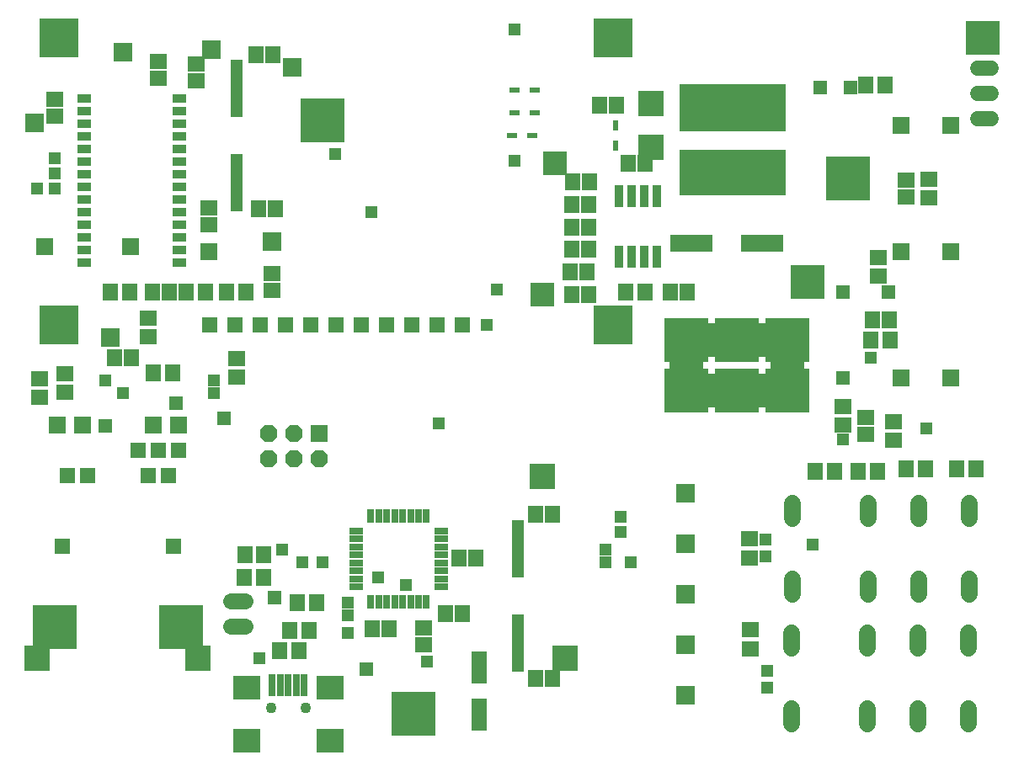
<source format=gts>
G75*
G70*
%OFA0B0*%
%FSLAX24Y24*%
%IPPOS*%
%LPD*%
%AMOC8*
5,1,8,0,0,1.08239X$1,22.5*
%
%ADD10R,0.0580X0.0300*%
%ADD11R,0.0300X0.0580*%
%ADD12R,0.1740X0.1740*%
%ADD13R,0.1025X0.1025*%
%ADD14R,0.0634X0.0634*%
%ADD15R,0.0674X0.0674*%
%ADD16R,0.0592X0.0671*%
%ADD17R,0.0671X0.0592*%
%ADD18C,0.0600*%
%ADD19R,0.1064X0.0946*%
%ADD20C,0.0434*%
%ADD21R,0.0277X0.0867*%
%ADD22R,0.0592X0.0710*%
%ADD23R,0.0710X0.0592*%
%ADD24C,0.0680*%
%ADD25R,0.0680X0.0680*%
%ADD26OC8,0.0680*%
%ADD27R,0.0340X0.0880*%
%ADD28R,0.0400X0.0240*%
%ADD29R,0.0240X0.0400*%
%ADD30R,0.1655X0.0710*%
%ADD31R,0.0730X0.0730*%
%ADD32R,0.0474X0.0513*%
%ADD33R,0.0492X0.2264*%
%ADD34R,0.0580X0.0330*%
%ADD35R,0.4200X0.1800*%
%ADD36R,0.4200X0.1900*%
%ADD37R,0.0580X0.0380*%
%ADD38R,0.0631X0.1261*%
%ADD39C,0.0640*%
%ADD40R,0.0476X0.0476*%
%ADD41R,0.0555X0.0555*%
%ADD42R,0.0671X0.0671*%
%ADD43R,0.1346X0.1346*%
%ADD44R,0.1582X0.1582*%
%ADD45R,0.0966X0.0966*%
D10*
X014446Y007430D03*
X014446Y007745D03*
X014446Y008060D03*
X014446Y008375D03*
X014446Y008690D03*
X014446Y009005D03*
X014446Y009320D03*
X014446Y009635D03*
X017826Y009635D03*
X017826Y009320D03*
X017826Y009005D03*
X017826Y008690D03*
X017826Y008375D03*
X017826Y008060D03*
X017826Y007745D03*
X017826Y007430D03*
D11*
X017238Y006842D03*
X016923Y006842D03*
X016609Y006842D03*
X016294Y006842D03*
X015979Y006842D03*
X015664Y006842D03*
X015349Y006842D03*
X015034Y006842D03*
X015034Y010222D03*
X015349Y010222D03*
X015664Y010222D03*
X015979Y010222D03*
X016294Y010222D03*
X016609Y010222D03*
X016923Y010222D03*
X017238Y010222D03*
D12*
X007510Y005834D03*
X002510Y005834D03*
X016714Y002402D03*
X027514Y015202D03*
X029514Y015202D03*
X031514Y015202D03*
X031514Y017202D03*
X029514Y017202D03*
X027514Y017202D03*
X033914Y023602D03*
X013114Y025902D03*
D13*
X001835Y004584D03*
X008185Y004584D03*
X021814Y011802D03*
X022714Y004602D03*
X026114Y024835D03*
X026114Y026568D03*
D14*
X018644Y017796D03*
X017644Y017796D03*
X016644Y017796D03*
X015644Y017796D03*
X014644Y017796D03*
X013644Y017796D03*
X012644Y017796D03*
X011644Y017796D03*
X010644Y017796D03*
X009644Y017796D03*
X008644Y017796D03*
X007410Y012834D03*
X006610Y012834D03*
X005810Y012834D03*
X006210Y011834D03*
X007010Y011834D03*
X003810Y011834D03*
X003010Y011834D03*
X002810Y009034D03*
X007210Y009034D03*
D15*
X007410Y013834D03*
X006410Y013834D03*
X003610Y013834D03*
X002610Y013834D03*
X036030Y015702D03*
X037998Y015702D03*
X037998Y020702D03*
X036030Y020702D03*
X036030Y025702D03*
X037998Y025702D03*
D16*
X035549Y018002D03*
X034879Y018002D03*
X027549Y019102D03*
X026879Y019102D03*
X023649Y019002D03*
X022979Y019002D03*
X022929Y019902D03*
X023599Y019902D03*
X023649Y020802D03*
X022979Y020802D03*
X022979Y021652D03*
X023649Y021652D03*
X023649Y022552D03*
X022979Y022552D03*
X023029Y023452D03*
X023699Y023452D03*
X025229Y024202D03*
X025899Y024202D03*
X024749Y026502D03*
X024079Y026502D03*
X011149Y028502D03*
X010479Y028502D03*
X010579Y022402D03*
X011249Y022402D03*
X007049Y019102D03*
X006379Y019102D03*
X005549Y016502D03*
X004879Y016502D03*
X017979Y006352D03*
X018649Y006352D03*
X018529Y008552D03*
X019199Y008552D03*
X021559Y010292D03*
X022229Y010292D03*
X015749Y005752D03*
X015079Y005752D03*
X021569Y003792D03*
X022239Y003792D03*
D17*
X017114Y005117D03*
X017114Y005786D03*
X011114Y019167D03*
X011114Y019836D03*
X008614Y021767D03*
X008614Y022436D03*
X002514Y026067D03*
X002514Y026736D03*
X006614Y027567D03*
X006614Y028236D03*
X008114Y028136D03*
X008114Y027467D03*
X034614Y014136D03*
X034614Y013467D03*
X036214Y022867D03*
X036214Y023536D03*
D18*
X039070Y025956D02*
X039590Y025956D01*
X039590Y026956D02*
X039070Y026956D01*
X039070Y027956D02*
X039590Y027956D01*
D19*
X013423Y003418D03*
X013423Y001331D03*
X010116Y001331D03*
X010116Y003418D03*
D20*
X011081Y002631D03*
X012459Y002631D03*
D21*
X012400Y003517D03*
X012085Y003517D03*
X011770Y003517D03*
X011455Y003517D03*
X011140Y003517D03*
D22*
X011440Y004902D03*
X012188Y004902D03*
X011840Y005702D03*
X012588Y005702D03*
X012888Y006802D03*
X012140Y006802D03*
X010788Y007802D03*
X010040Y007802D03*
X010042Y008691D03*
X010790Y008691D03*
X007188Y015902D03*
X006440Y015902D03*
X005488Y019102D03*
X004740Y019102D03*
X007740Y019102D03*
X008488Y019102D03*
X009340Y019102D03*
X010088Y019102D03*
X025140Y019102D03*
X025888Y019102D03*
X034840Y017202D03*
X035588Y017202D03*
X036240Y012102D03*
X036988Y012102D03*
X038240Y012102D03*
X038988Y012102D03*
X035088Y012002D03*
X034340Y012002D03*
X033388Y012002D03*
X032640Y012002D03*
X034640Y027302D03*
X035388Y027302D03*
D23*
X037114Y023576D03*
X037114Y022828D03*
X035114Y020476D03*
X035114Y019728D03*
X033714Y014576D03*
X033714Y013828D03*
X035714Y013976D03*
X035714Y013228D03*
X030014Y009326D03*
X030014Y008578D03*
X030064Y005726D03*
X030064Y004978D03*
X009714Y015728D03*
X009714Y016476D03*
X006214Y017328D03*
X006214Y018076D03*
X002914Y015876D03*
X002914Y015128D03*
X001914Y014928D03*
X001914Y015676D03*
D24*
X031707Y010718D02*
X031707Y010118D01*
X031707Y007718D02*
X031707Y007118D01*
X031699Y005588D02*
X031699Y004988D01*
X031699Y002588D02*
X031699Y001988D01*
X034699Y001988D02*
X034699Y002588D01*
X036699Y002588D02*
X036699Y001988D01*
X038699Y001988D02*
X038699Y002588D01*
X038699Y004988D02*
X038699Y005588D01*
X038707Y007118D02*
X038707Y007718D01*
X036707Y007718D02*
X036707Y007118D01*
X036699Y005588D02*
X036699Y004988D01*
X034699Y004988D02*
X034699Y005588D01*
X034707Y007118D02*
X034707Y007718D01*
X034707Y010118D02*
X034707Y010718D01*
X036707Y010718D02*
X036707Y010118D01*
X038707Y010118D02*
X038707Y010718D01*
D25*
X012983Y013481D03*
D26*
X011983Y013481D03*
X011983Y012481D03*
X012983Y012481D03*
X010983Y012481D03*
X010983Y013481D03*
D27*
X024864Y020492D03*
X025364Y020492D03*
X025864Y020492D03*
X026364Y020492D03*
X026364Y022912D03*
X025864Y022912D03*
X025364Y022912D03*
X024864Y022912D03*
D28*
X021408Y025302D03*
X020620Y025302D03*
X020720Y026202D03*
X021508Y026202D03*
X021508Y027102D03*
X020720Y027102D03*
D29*
X024714Y025695D03*
X024714Y024908D03*
X009714Y024120D03*
X009714Y026483D03*
X020864Y008233D03*
X020864Y005870D03*
D30*
X027727Y021022D03*
X030522Y021022D03*
D31*
X027483Y011115D03*
X027483Y009115D03*
X027483Y007115D03*
X027483Y005115D03*
X027483Y003115D03*
X004714Y017302D03*
X011114Y021102D03*
X011914Y028002D03*
X008714Y028702D03*
X005214Y028602D03*
X001714Y025802D03*
D32*
X030664Y009286D03*
X030664Y008617D03*
X030714Y004086D03*
X030714Y003417D03*
D33*
X020864Y005181D03*
X020864Y008922D03*
X009714Y023431D03*
X009714Y027172D03*
D34*
X029343Y026017D03*
X029343Y024147D03*
D35*
X029343Y023831D03*
D36*
X029343Y026381D03*
D37*
X007455Y026276D03*
X007455Y025776D03*
X007455Y025276D03*
X007455Y024776D03*
X007455Y024276D03*
X007455Y023776D03*
X007455Y023276D03*
X007455Y022776D03*
X007455Y022276D03*
X007455Y021776D03*
X007455Y021276D03*
X007455Y020776D03*
X007455Y020276D03*
X003691Y020276D03*
X003691Y020776D03*
X003691Y021276D03*
X003691Y021776D03*
X003691Y022276D03*
X003691Y022776D03*
X003691Y023276D03*
X003691Y023776D03*
X003691Y024276D03*
X003691Y024776D03*
X003691Y025276D03*
X003691Y025776D03*
X003691Y026276D03*
X003691Y026776D03*
X007455Y026776D03*
D38*
X019317Y004246D03*
X019317Y002357D03*
D39*
X010042Y005876D02*
X009482Y005876D01*
X009482Y006876D02*
X010042Y006876D01*
D40*
X011514Y008902D03*
X012314Y008402D03*
X013114Y008402D03*
X014114Y006802D03*
X014114Y006302D03*
X014114Y005602D03*
X016414Y007502D03*
X015314Y007802D03*
X017264Y004452D03*
X010614Y004602D03*
X017714Y013902D03*
X019614Y017802D03*
X020014Y019202D03*
X015064Y022252D03*
X013614Y024552D03*
X020714Y024302D03*
X020714Y029502D03*
X034814Y016502D03*
X037014Y013702D03*
X033714Y013252D03*
X032514Y009102D03*
X025314Y008402D03*
X024314Y008402D03*
X024314Y008902D03*
X024914Y009602D03*
X024914Y010202D03*
X008814Y015102D03*
X008814Y015602D03*
X005214Y015102D03*
X004514Y015602D03*
X002514Y023202D03*
X002514Y023802D03*
X002514Y024402D03*
X001814Y023202D03*
D41*
X007314Y014702D03*
X009214Y014102D03*
X004514Y013802D03*
X011214Y007002D03*
X014864Y004152D03*
X033714Y015702D03*
X033714Y019102D03*
X035514Y019102D03*
X034014Y027202D03*
X032814Y027202D03*
D42*
X008614Y020702D03*
X005514Y020902D03*
X002114Y020902D03*
D43*
X027514Y016202D03*
X028514Y015202D03*
X030514Y015202D03*
X031514Y016202D03*
X030514Y017202D03*
X028514Y017202D03*
X032314Y019502D03*
X039264Y029152D03*
D44*
X024609Y029158D03*
X024609Y017800D03*
X002679Y017800D03*
X002679Y029158D03*
D45*
X021814Y019002D03*
X022314Y024202D03*
M02*

</source>
